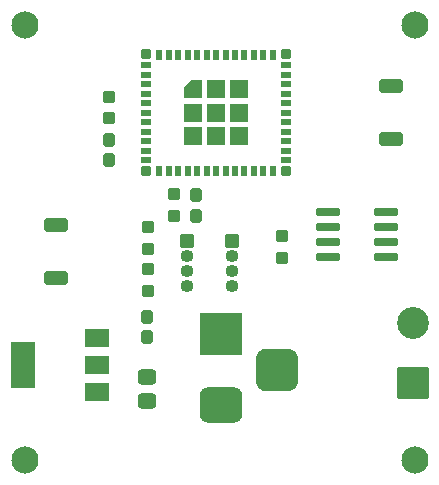
<source format=gts>
%TF.GenerationSoftware,KiCad,Pcbnew,7.0.5*%
%TF.CreationDate,2023-09-05T15:51:43-07:00*%
%TF.ProjectId,esp32_basic_led_controller,65737033-325f-4626-9173-69635f6c6564,v01 Rev1.0*%
%TF.SameCoordinates,Original*%
%TF.FileFunction,Soldermask,Top*%
%TF.FilePolarity,Negative*%
%FSLAX46Y46*%
G04 Gerber Fmt 4.6, Leading zero omitted, Abs format (unit mm)*
G04 Created by KiCad (PCBNEW 7.0.5) date 2023-09-05 15:51:43*
%MOMM*%
%LPD*%
G01*
G04 APERTURE LIST*
G04 Aperture macros list*
%AMRoundRect*
0 Rectangle with rounded corners*
0 $1 Rounding radius*
0 $2 $3 $4 $5 $6 $7 $8 $9 X,Y pos of 4 corners*
0 Add a 4 corners polygon primitive as box body*
4,1,4,$2,$3,$4,$5,$6,$7,$8,$9,$2,$3,0*
0 Add four circle primitives for the rounded corners*
1,1,$1+$1,$2,$3*
1,1,$1+$1,$4,$5*
1,1,$1+$1,$6,$7*
1,1,$1+$1,$8,$9*
0 Add four rect primitives between the rounded corners*
20,1,$1+$1,$2,$3,$4,$5,0*
20,1,$1+$1,$4,$5,$6,$7,0*
20,1,$1+$1,$6,$7,$8,$9,0*
20,1,$1+$1,$8,$9,$2,$3,0*%
%AMFreePoly0*
4,1,14,0.760921,0.760921,0.775800,0.725000,0.775800,-0.725000,0.760921,-0.760921,0.725000,-0.775800,-0.725000,-0.775800,-0.760921,-0.760921,-0.775800,-0.725000,-0.775800,0.125000,-0.760921,0.160921,-0.160921,0.760921,-0.125000,0.775800,0.725000,0.775800,0.760921,0.760921,0.760921,0.760921,$1*%
G04 Aperture macros list end*
%ADD10RoundRect,0.325800X-0.725000X-0.275000X0.725000X-0.275000X0.725000X0.275000X-0.725000X0.275000X0*%
%ADD11RoundRect,0.325800X0.725000X0.275000X-0.725000X0.275000X-0.725000X-0.275000X0.725000X-0.275000X0*%
%ADD12RoundRect,0.050800X-0.500000X-0.500000X0.500000X-0.500000X0.500000X0.500000X-0.500000X0.500000X0*%
%ADD13O,1.101600X1.101600*%
%ADD14RoundRect,0.288300X-0.237500X0.250000X-0.237500X-0.250000X0.237500X-0.250000X0.237500X0.250000X0*%
%ADD15RoundRect,0.288300X0.237500X-0.300000X0.237500X0.300000X-0.237500X0.300000X-0.237500X-0.300000X0*%
%ADD16RoundRect,0.300800X-0.475000X0.337500X-0.475000X-0.337500X0.475000X-0.337500X0.475000X0.337500X0*%
%ADD17C,2.301600*%
%ADD18RoundRect,0.925800X0.875000X-0.875000X0.875000X0.875000X-0.875000X0.875000X-0.875000X-0.875000X0*%
%ADD19RoundRect,0.800800X1.000000X-0.750000X1.000000X0.750000X-1.000000X0.750000X-1.000000X-0.750000X0*%
%ADD20RoundRect,0.050800X1.750000X-1.750000X1.750000X1.750000X-1.750000X1.750000X-1.750000X-1.750000X0*%
%ADD21RoundRect,0.050800X1.000000X0.750000X-1.000000X0.750000X-1.000000X-0.750000X1.000000X-0.750000X0*%
%ADD22RoundRect,0.050800X1.000000X1.900000X-1.000000X1.900000X-1.000000X-1.900000X1.000000X-1.900000X0*%
%ADD23RoundRect,0.050800X0.350000X-0.350000X0.350000X0.350000X-0.350000X0.350000X-0.350000X-0.350000X0*%
%ADD24RoundRect,0.050800X0.725000X-0.725000X0.725000X0.725000X-0.725000X0.725000X-0.725000X-0.725000X0*%
%ADD25FreePoly0,0.000000*%
%ADD26RoundRect,0.050800X-0.200000X-0.400000X0.200000X-0.400000X0.200000X0.400000X-0.200000X0.400000X0*%
%ADD27RoundRect,0.050800X0.400000X-0.200000X0.400000X0.200000X-0.400000X0.200000X-0.400000X-0.200000X0*%
%ADD28RoundRect,0.200800X-0.825000X-0.150000X0.825000X-0.150000X0.825000X0.150000X-0.825000X0.150000X0*%
%ADD29RoundRect,0.050800X1.300000X-1.300000X1.300000X1.300000X-1.300000X1.300000X-1.300000X-1.300000X0*%
%ADD30C,2.701600*%
%ADD31RoundRect,0.288300X-0.237500X0.287500X-0.237500X-0.287500X0.237500X-0.287500X0.237500X0.287500X0*%
G04 APERTURE END LIST*
D10*
%TO.C,SW2*%
X137700000Y-85150000D03*
X137700000Y-89650000D03*
%TD*%
D11*
%TO.C,SW1*%
X109300000Y-101450000D03*
X109300000Y-96950000D03*
%TD*%
D12*
%TO.C,U3*%
X120396000Y-98298000D03*
D13*
X120396000Y-99568000D03*
X120396000Y-100838000D03*
X120396000Y-102108000D03*
%TD*%
D14*
%TO.C,R5*%
X119300000Y-94362500D03*
X119300000Y-96187500D03*
%TD*%
D15*
%TO.C,C2*%
X117000000Y-106462500D03*
X117000000Y-104737500D03*
%TD*%
D16*
%TO.C,C3*%
X117000000Y-109800000D03*
X117000000Y-111875000D03*
%TD*%
D14*
%TO.C,R4*%
X117094000Y-97131500D03*
X117094000Y-98956500D03*
%TD*%
D15*
%TO.C,C1*%
X113800000Y-91462500D03*
X113800000Y-89737500D03*
%TD*%
D14*
%TO.C,R1*%
X128400000Y-97887500D03*
X128400000Y-99712500D03*
%TD*%
D17*
%TO.C,H2*%
X139700000Y-80010000D03*
%TD*%
D18*
%TO.C,J1*%
X128016000Y-109220000D03*
D19*
X123316000Y-112220000D03*
D20*
X123316000Y-106220000D03*
%TD*%
D17*
%TO.C,H1*%
X106680000Y-80010000D03*
%TD*%
%TO.C,H4*%
X139700000Y-116840000D03*
%TD*%
%TO.C,H3*%
X106680000Y-116840000D03*
%TD*%
D21*
%TO.C,U1*%
X112800000Y-111100000D03*
X112800000Y-108800000D03*
D22*
X106500000Y-108800000D03*
D21*
X112800000Y-106500000D03*
%TD*%
D14*
%TO.C,R3*%
X117094000Y-100687500D03*
X117094000Y-102512500D03*
%TD*%
D23*
%TO.C,U2*%
X116910000Y-82500000D03*
X116910000Y-92400000D03*
X128810000Y-92400000D03*
X128810000Y-82500000D03*
D24*
X124835000Y-89425000D03*
X124835000Y-87450000D03*
X124835000Y-85475000D03*
X122860000Y-89425000D03*
X122860000Y-87450000D03*
X122860000Y-85475000D03*
X120885000Y-89425000D03*
X120885000Y-87450000D03*
D25*
X120885000Y-85475000D03*
D26*
X118060000Y-82550000D03*
X118860000Y-82550000D03*
X119660000Y-82550000D03*
X120460000Y-82550000D03*
X121260000Y-82550000D03*
X122060000Y-82550000D03*
X122860000Y-82550000D03*
X123660000Y-82550000D03*
X124460000Y-82550000D03*
X125260000Y-82550000D03*
X126060000Y-82550000D03*
X126860000Y-82550000D03*
X127660000Y-82550000D03*
D27*
X128760000Y-83450000D03*
X128760000Y-84250000D03*
X128760000Y-85050000D03*
X128760000Y-85850000D03*
X128760000Y-86650000D03*
X128760000Y-87450000D03*
X128760000Y-88250000D03*
X128760000Y-89050000D03*
X128760000Y-89850000D03*
X128760000Y-90650000D03*
X128760000Y-91450000D03*
D26*
X127660000Y-92350000D03*
X126860000Y-92350000D03*
X126060000Y-92350000D03*
X125260000Y-92350000D03*
X124460000Y-92350000D03*
X123660000Y-92350000D03*
X122860000Y-92350000D03*
X122060000Y-92350000D03*
X121260000Y-92350000D03*
X120460000Y-92350000D03*
X119660000Y-92350000D03*
X118860000Y-92350000D03*
X118060000Y-92350000D03*
D27*
X116960000Y-91450000D03*
X116960000Y-90650000D03*
X116960000Y-89850000D03*
X116960000Y-89050000D03*
X116960000Y-88250000D03*
X116960000Y-87450000D03*
X116960000Y-86650000D03*
X116960000Y-85850000D03*
X116960000Y-85050000D03*
X116960000Y-84250000D03*
X116960000Y-83450000D03*
%TD*%
D12*
%TO.C,J3*%
X124206000Y-98298000D03*
D13*
X124206000Y-99568000D03*
X124206000Y-100838000D03*
X124206000Y-102108000D03*
%TD*%
D28*
%TO.C,Q1*%
X137275000Y-95895000D03*
X137275000Y-97165000D03*
X137275000Y-98435000D03*
X137275000Y-99705000D03*
X132325000Y-99705000D03*
X132325000Y-98435000D03*
X132325000Y-97165000D03*
X132325000Y-95895000D03*
%TD*%
D14*
%TO.C,R2*%
X113800000Y-87912500D03*
X113800000Y-86087500D03*
%TD*%
D29*
%TO.C,J2*%
X139505000Y-110345000D03*
D30*
X139505000Y-105265000D03*
%TD*%
D31*
%TO.C,D1*%
X121125000Y-94425000D03*
X121125000Y-96175000D03*
%TD*%
M02*

</source>
